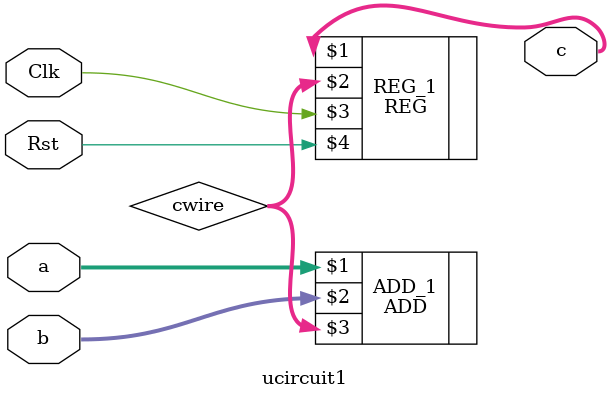
<source format=v>
`timescale 1ns / 1ns

module ucircuit1(a, b, c, Clk, Rst);

        input Clk, Rst;
        input  [ 7:0] a, b;

        output [ 7:0] c;

        wire   [ 7:0] cwire;

        ADD    #(.DATAWIDTH( 8)) ADD_1(a, b, cwire);                // cwire = a + b
        REG    #(.DATAWIDTH( 8)) REG_1(c, cwire, Clk, Rst);         // c = cwire

endmodule

</source>
